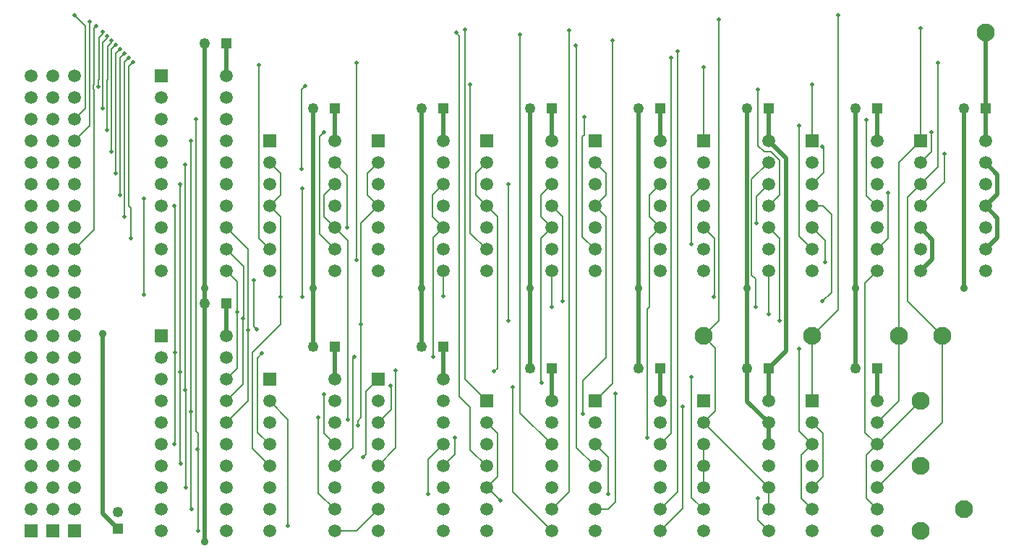
<source format=gtl>
G04*
G04 #@! TF.GenerationSoftware,Altium Limited,Altium Designer,21.9.1 (22)*
G04*
G04 Layer_Physical_Order=1*
G04 Layer_Color=255*
%FSLAX25Y25*%
%MOIN*%
G70*
G04*
G04 #@! TF.SameCoordinates,C109554B-D48E-4F6B-8FAB-988FC137D98F*
G04*
G04*
G04 #@! TF.FilePolarity,Positive*
G04*
G01*
G75*
%ADD24C,0.00800*%
%ADD25C,0.02000*%
%ADD26C,0.04921*%
%ADD27R,0.04921X0.04921*%
%ADD28R,0.05906X0.05906*%
%ADD29C,0.05906*%
%ADD30C,0.05906*%
%ADD31C,0.08268*%
%ADD32R,0.05906X0.05906*%
%ADD33R,0.04921X0.04921*%
%ADD34C,0.03500*%
%ADD35C,0.02000*%
D24*
X500000Y160000D02*
X520000Y180000D01*
X442300Y238000D02*
X444000Y236300D01*
Y223500D02*
Y236300D01*
X450000Y260000D02*
X455000Y255000D01*
Y217000D02*
Y255000D01*
X330000Y217000D02*
Y280000D01*
X235000Y228000D02*
Y278000D01*
X450000Y220000D02*
Y240000D01*
X364100Y255900D02*
Y302000D01*
X365000Y302900D01*
Y311000D01*
X364100Y255900D02*
X370000Y250000D01*
X243000Y302153D02*
X245000Y304153D01*
X361000Y344000D02*
X361500Y343500D01*
Y201500D02*
Y343500D01*
X358000Y218000D02*
Y351000D01*
X355000Y226000D02*
Y265000D01*
X350000Y270000D02*
X355000Y265000D01*
X345000Y188933D02*
X345433Y188500D01*
X345000Y188933D02*
Y255000D01*
X350000Y260000D01*
X215000Y255000D02*
Y335000D01*
Y255000D02*
X220000Y250000D01*
X234700Y323700D02*
X236480Y325480D01*
X234700Y287200D02*
Y323700D01*
X445000Y323000D02*
Y323800D01*
Y323000D02*
X445079Y322921D01*
Y297921D02*
Y322921D01*
Y297921D02*
X448000Y295000D01*
X451000D01*
X455000Y291000D01*
Y275000D02*
Y291000D01*
X450000Y270000D02*
X455000Y275000D01*
X464000Y256000D02*
Y307000D01*
Y256000D02*
X470000Y250000D01*
Y260000D02*
X476000Y254000D01*
Y244000D02*
Y254000D01*
X479000Y230200D02*
Y266000D01*
X470000Y300000D02*
Y326000D01*
X474800Y226000D02*
X479000Y230200D01*
X475000Y270000D02*
X479000Y266000D01*
X470000Y270000D02*
X475000D01*
X482000Y222000D02*
Y358000D01*
X470000Y210000D02*
X482000Y222000D01*
X528000Y288000D02*
Y336000D01*
X520000Y280000D02*
X528000Y288000D01*
X520000Y290000D02*
X525000Y295000D01*
Y304153D01*
X520000Y270000D02*
X531000Y281000D01*
Y294000D01*
X260000Y245000D02*
Y336200D01*
X262200Y215700D02*
Y262200D01*
X270000Y270000D01*
X256000Y171500D02*
Y254000D01*
X250000Y260000D02*
X256000Y254000D01*
X245000Y265000D02*
X250000Y260000D01*
X464000Y166000D02*
X470000Y160000D01*
X464000Y166000D02*
Y204000D01*
X212800Y214500D02*
X214200Y213100D01*
X212800Y214500D02*
Y235800D01*
X210000Y180000D02*
Y212900D01*
X200000Y250000D02*
X208000Y242000D01*
Y218000D02*
Y242000D01*
X200000Y260000D02*
X210000Y250000D01*
Y212900D02*
Y250000D01*
X162000Y229000D02*
Y273200D01*
X162300Y273500D01*
X178700Y151300D02*
Y193400D01*
Y278700D01*
X179200Y279200D01*
X176400Y160400D02*
Y202300D01*
X181000Y185000D02*
Y289000D01*
X214400Y165600D02*
Y199900D01*
X216500Y202000D01*
Y202200D01*
X220000Y180000D02*
X228500Y171500D01*
Y122500D02*
Y171500D01*
X155000Y270000D02*
X156000Y269000D01*
Y255000D02*
Y269000D01*
X225000Y215600D02*
Y228000D01*
X212000Y202600D02*
X225000Y215600D01*
X212000Y158000D02*
Y202600D01*
Y158000D02*
X220000Y150000D01*
X200000Y170000D02*
X210000Y180000D01*
X214400Y165600D02*
X220000Y160000D01*
X332000Y138000D02*
Y186500D01*
Y138000D02*
X350000Y120000D01*
X414500Y135500D02*
Y191000D01*
Y135500D02*
X420000Y130000D01*
X379500Y133500D02*
Y183500D01*
X376000Y130000D02*
X379500Y133500D01*
X370000Y130000D02*
X376000D01*
X408000Y138000D02*
Y341500D01*
X400000Y130000D02*
X408000Y138000D01*
X410500Y130500D02*
Y177500D01*
X400000Y120000D02*
X410500Y130500D01*
X400000Y160000D02*
X405000Y165000D01*
Y338500D01*
X155000Y334500D02*
X157000Y336500D01*
X378000Y188000D02*
Y346500D01*
X364500Y189500D02*
X375000Y200000D01*
Y265000D01*
Y275000D02*
Y285000D01*
X370000Y290000D02*
X375000Y285000D01*
X370000Y270000D02*
X375000Y275000D01*
X370000Y270000D02*
X375000Y265000D01*
X370000Y180000D02*
X378000Y188000D01*
X364500Y174000D02*
Y189500D01*
X361500Y158500D02*
Y201500D01*
Y158500D02*
X370000Y150000D01*
X320000Y140000D02*
X320500D01*
X326500Y134000D01*
X350000Y130000D02*
X358000Y138000D01*
Y218000D01*
X335500Y174500D02*
Y349000D01*
X310000Y190000D02*
Y351500D01*
X307500Y182000D02*
Y348500D01*
X335500Y174500D02*
X350000Y160000D01*
X306000Y350000D02*
X307500Y348500D01*
X310000Y190000D02*
X320000Y180000D01*
X307500Y182000D02*
X312500Y177000D01*
Y157500D02*
Y177000D01*
Y157500D02*
X320000Y150000D01*
X325000Y195200D02*
Y265000D01*
X312500Y257500D02*
Y326000D01*
X147100Y345551D02*
Y346399D01*
X147000Y342339D02*
X149080Y344420D01*
X149000Y340379D02*
X151060Y342440D01*
X151000Y338420D02*
X153040Y340460D01*
X153000Y336460D02*
X155020Y338480D01*
X141400Y347770D02*
X143141Y349511D01*
X141400Y328400D02*
Y347770D01*
X143141Y349511D02*
Y350359D01*
X141000Y328000D02*
X141400Y328400D01*
X143000Y345410D02*
X145121Y347531D01*
Y348379D01*
X145400Y343850D02*
X147100Y345551D01*
X145400Y328400D02*
Y343850D01*
X145000Y328000D02*
X145400Y328400D01*
X155000Y270000D02*
Y334500D01*
X186000Y166000D02*
Y310000D01*
Y166000D02*
X187000Y165000D01*
X183700Y175000D02*
Y299700D01*
X147000Y306111D02*
Y342339D01*
X143000Y326111D02*
Y345410D01*
X145000Y316111D02*
Y328000D01*
X141000Y325000D02*
Y328000D01*
X323600Y193800D02*
X325000Y195200D01*
X320000Y270000D02*
X325000Y265000D01*
X151000Y286111D02*
Y338420D01*
X153000Y276111D02*
Y336460D01*
X149000Y296111D02*
Y340379D01*
X143000Y323889D02*
X143200Y324089D01*
X143000Y315000D02*
Y323889D01*
X153000Y265000D02*
Y273889D01*
X153200Y274089D01*
X153000Y276111D02*
X153200Y275911D01*
Y274089D02*
Y275911D01*
X151000Y275000D02*
Y283889D01*
Y286111D02*
X151200Y285911D01*
X151000Y283889D02*
X151200Y284089D01*
Y285911D01*
X147000Y295000D02*
Y303889D01*
X149000Y285000D02*
Y293889D01*
X145000Y305000D02*
Y313889D01*
X139000Y259000D02*
Y323889D01*
X130000Y250000D02*
X139000Y259000D01*
X149200Y294089D02*
Y295911D01*
X149000Y296111D02*
X149200Y295911D01*
X149000Y293889D02*
X149200Y294089D01*
X147000Y306111D02*
X147200Y305911D01*
Y304089D02*
Y305911D01*
X147000Y303889D02*
X147200Y304089D01*
X145200Y314089D02*
Y315911D01*
X145000Y313889D02*
X145200Y314089D01*
X145000Y316111D02*
X145200Y315911D01*
X143000Y326111D02*
X143200Y325911D01*
X138800D02*
X139000Y326111D01*
X138800Y324089D02*
X139000Y323889D01*
Y326111D02*
Y352000D01*
X138800Y324089D02*
Y325911D01*
X143200Y324089D02*
Y325911D01*
X139000Y352000D02*
X140000Y353000D01*
X137000Y307000D02*
Y355000D01*
X130000Y300000D02*
X137000Y307000D01*
X130000Y310000D02*
X135000Y315000D01*
X130000Y358000D02*
X135000Y353000D01*
Y315000D02*
Y353000D01*
X427000Y355000D02*
Y356200D01*
X520000Y300000D02*
Y352000D01*
X470000Y280000D02*
X475400Y285400D01*
Y297500D01*
X474800D02*
X475400D01*
X424800Y228000D02*
X425000D01*
X427000Y217000D02*
Y355000D01*
X420000Y210000D02*
X427000Y217000D01*
X505000Y255000D02*
Y276000D01*
X495079Y274921D02*
Y309882D01*
Y274921D02*
X500000Y270000D01*
X420000Y300000D02*
Y334000D01*
X414500Y252500D02*
Y274500D01*
X442300Y238000D02*
Y282300D01*
X444500Y262000D02*
Y274500D01*
X450000Y280000D01*
X350000Y223500D02*
Y240000D01*
X442300Y282300D02*
X450000Y290000D01*
X255873Y260000D02*
Y284127D01*
X250000Y290000D02*
X255873Y284127D01*
X345000Y265000D02*
X350000Y260000D01*
X414500Y274500D02*
X420000Y280000D01*
Y260000D02*
X425000Y255000D01*
Y228000D02*
Y255000D01*
X395000D02*
X400000Y260000D01*
X395000Y223500D02*
Y255000D01*
X300000Y228500D02*
Y240000D01*
X295500Y200600D02*
Y255500D01*
X312500Y257500D02*
X320000Y250000D01*
X315000Y275000D02*
Y285000D01*
Y275000D02*
X320000Y270000D01*
X315000Y285000D02*
X320000Y290000D01*
X260800Y170900D02*
X262300Y172400D01*
Y215600D01*
X262200Y215700D02*
X262300Y215600D01*
X207700Y187700D02*
Y218000D01*
X260800Y168700D02*
Y170900D01*
X258600Y200000D02*
X259100Y200500D01*
X250000Y150000D02*
X258600Y158600D01*
Y200000D01*
X263000Y154000D02*
X264400Y155400D01*
Y169437D01*
Y184400D01*
X270000Y190000D01*
X470000Y180000D02*
Y210000D01*
X420000D02*
X425600Y204400D01*
Y175600D02*
Y204400D01*
X420000Y170000D02*
X425600Y175600D01*
X295500Y255500D02*
X300000Y260000D01*
X278300Y158300D02*
Y194000D01*
X270000Y150000D02*
X278300Y158300D01*
X176400Y202300D02*
Y269600D01*
X514000Y226000D02*
X530000Y210000D01*
X514000Y226000D02*
Y274000D01*
X520000Y280000D01*
X510000Y290000D02*
X520000Y300000D01*
X510000Y210000D02*
Y290000D01*
X500000Y250000D02*
X505000Y255000D01*
X494500Y165500D02*
X500000Y160000D01*
X494500Y165500D02*
Y234500D01*
X500000Y240000D01*
Y140000D02*
X530000Y170000D01*
Y210000D01*
X500000Y170000D02*
X510000Y180000D01*
Y210000D01*
X495000Y155000D02*
X500000Y160000D01*
X495000Y135000D02*
Y155000D01*
Y135000D02*
X500000Y130000D01*
X305500Y155500D02*
Y163000D01*
X300000Y150000D02*
X305500Y155500D01*
X293000Y137000D02*
Y153000D01*
X300000Y160000D01*
X394000Y163000D02*
Y222500D01*
X395000Y223500D01*
X225000Y228000D02*
Y265000D01*
X220000Y270000D02*
X225000Y265000D01*
X242500Y137500D02*
X250000Y130000D01*
X242500Y137500D02*
Y172500D01*
X245000Y165000D02*
Y183000D01*
Y165000D02*
X250000Y160000D01*
X186957Y157772D02*
X187000Y157815D01*
Y165000D01*
Y120000D02*
Y157729D01*
X186957Y157772D02*
X187000Y157729D01*
X465000Y155000D02*
X470000Y160000D01*
X465000Y135000D02*
Y155000D01*
Y135000D02*
X470000Y130000D01*
X276000Y176000D02*
Y186720D01*
X275720Y187000D02*
X276000Y186720D01*
X270000Y170000D02*
X276000Y176000D01*
X370000Y160000D02*
X376000Y154000D01*
Y137000D02*
Y154000D01*
X320000Y170000D02*
X325000Y165000D01*
Y145000D02*
Y165000D01*
X320000Y140000D02*
X325000Y145000D01*
X260000Y120000D02*
X270000Y130000D01*
X250000Y120000D02*
X260000D01*
X420000Y150000D02*
Y160000D01*
Y140000D02*
Y150000D01*
Y170000D02*
X450000Y140000D01*
X445000Y125000D02*
X450000Y120000D01*
X445000Y125000D02*
Y135000D01*
X470000Y140000D02*
X475000Y145000D01*
Y165000D01*
X470000Y170000D02*
X475000Y165000D01*
X450000Y130000D02*
Y140000D01*
X265000Y275000D02*
X270000Y270000D01*
X265000Y275000D02*
Y285000D01*
X270000Y290000D01*
X243000Y257000D02*
Y302153D01*
Y257000D02*
X250000Y250000D01*
X245000Y275000D02*
X250000Y280000D01*
X245000Y265000D02*
Y275000D01*
X295000Y265000D02*
X300000Y260000D01*
X295000Y275000D02*
X300000Y280000D01*
X295000Y265000D02*
Y275000D01*
X395000D02*
X400000Y280000D01*
X395000Y265000D02*
Y275000D01*
Y265000D02*
X400000Y260000D01*
X345000Y275000D02*
X350000Y280000D01*
X345000Y265000D02*
Y275000D01*
X220000Y270000D02*
X225000Y275000D01*
Y285000D01*
X220000Y290000D02*
X225000Y285000D01*
X200000Y240000D02*
X205000Y235000D01*
Y221000D02*
Y235000D01*
X200000Y180000D02*
X207700Y187700D01*
X200000Y190000D02*
X205000Y195000D01*
Y221000D01*
X207700Y218000D02*
X208000D01*
X176000Y270000D02*
X176400Y269600D01*
X176000Y160000D02*
X176400Y160400D01*
X179200Y279200D02*
Y280000D01*
X178700D02*
X179200D01*
X178700Y151300D02*
X179000Y151000D01*
X183700Y300000D02*
X183850Y299850D01*
X183700Y299700D02*
X183850Y299850D01*
X181400Y140000D02*
Y184600D01*
X181000Y185000D02*
X181400Y184600D01*
X183700Y130300D02*
X184000Y130000D01*
X183700Y130300D02*
Y175000D01*
D25*
X143000Y210000D02*
Y210950D01*
X240158Y205000D02*
Y232000D01*
X458000Y203000D02*
Y292000D01*
X450000Y300000D02*
X458000Y292000D01*
X440000Y232000D02*
Y315000D01*
Y195158D02*
Y232000D01*
X450000Y300000D02*
Y315000D01*
Y195000D02*
X458000Y203000D01*
X500000Y300000D02*
Y315000D01*
X520000Y260000D02*
X525500Y254500D01*
Y245500D02*
Y254500D01*
X520000Y240000D02*
X525500Y245500D01*
X550000Y270000D02*
X555500Y264500D01*
Y255500D02*
Y264500D01*
X550000Y250000D02*
X555500Y255500D01*
X550000Y270000D02*
X555500Y275500D01*
Y284500D01*
X550000Y290000D02*
X555500Y284500D01*
X450000Y160000D02*
Y170000D01*
X440158Y179842D02*
Y195000D01*
Y179842D02*
X450000Y170000D01*
X190157Y115000D02*
Y225000D01*
X143000Y128063D02*
Y210000D01*
Y128063D02*
X150000Y121063D01*
X550000Y315000D02*
Y350000D01*
X190157Y232000D02*
Y345000D01*
Y225000D02*
Y232000D01*
X540000D02*
X540158Y232157D01*
Y315000D01*
X490158Y232000D02*
Y315000D01*
X490000Y232000D02*
X490158D01*
X440000Y315000D02*
X440158D01*
X390158Y232000D02*
Y315000D01*
Y195000D02*
Y232000D01*
X340158Y195000D02*
Y232000D01*
Y315000D01*
X340000Y232000D02*
X340158D01*
X290158Y205000D02*
Y232000D01*
Y315000D01*
X290000Y232000D02*
X290158D01*
X240158D02*
Y315000D01*
X240000Y232000D02*
X240158D01*
X550000Y300000D02*
Y315000D01*
X400000Y300000D02*
Y315000D01*
X350000Y300000D02*
Y315000D01*
X300000Y300000D02*
Y315000D01*
X250000Y300000D02*
Y315000D01*
X200000Y330000D02*
Y345000D01*
Y210000D02*
Y225000D01*
X250000Y190000D02*
Y205000D01*
X300000Y190000D02*
Y205000D01*
X350000Y180000D02*
Y195000D01*
X400000Y180000D02*
Y195000D01*
X450000Y180000D02*
Y195000D01*
X500000Y180000D02*
Y195000D01*
X490000Y195158D02*
Y232000D01*
Y195158D02*
X490158Y195000D01*
X390000Y232000D02*
X390158D01*
D26*
X490158Y195000D02*
D03*
X150000Y128937D02*
D03*
X240158Y315000D02*
D03*
X290158D02*
D03*
X340158D02*
D03*
X390158D02*
D03*
X440158D02*
D03*
X490158D02*
D03*
X190157Y345000D02*
D03*
X540158Y315000D02*
D03*
X440158Y195000D02*
D03*
X340158D02*
D03*
X390158D02*
D03*
X240158Y205000D02*
D03*
X290158D02*
D03*
X190157Y225000D02*
D03*
D27*
X500000Y195000D02*
D03*
X250000Y315000D02*
D03*
X300000D02*
D03*
X350000D02*
D03*
X400000D02*
D03*
X450000D02*
D03*
X500000D02*
D03*
X200000Y345000D02*
D03*
X550000Y315000D02*
D03*
X450000Y195000D02*
D03*
X350000D02*
D03*
X400000D02*
D03*
X250000Y205000D02*
D03*
X300000D02*
D03*
X200000Y225000D02*
D03*
D28*
X170000Y210000D02*
D03*
X470000Y180000D02*
D03*
X270000Y190000D02*
D03*
X220000Y300000D02*
D03*
X270000D02*
D03*
X320000D02*
D03*
X370000D02*
D03*
X420000D02*
D03*
X170000Y330000D02*
D03*
X470000Y300000D02*
D03*
X520000D02*
D03*
X420000Y180000D02*
D03*
X320000D02*
D03*
X370000D02*
D03*
X220000Y190000D02*
D03*
D29*
X170000Y200000D02*
D03*
Y190000D02*
D03*
Y180000D02*
D03*
Y170000D02*
D03*
Y160000D02*
D03*
Y150000D02*
D03*
Y140000D02*
D03*
Y130000D02*
D03*
Y120000D02*
D03*
X200000Y210000D02*
D03*
Y190000D02*
D03*
Y180000D02*
D03*
Y170000D02*
D03*
Y160000D02*
D03*
Y150000D02*
D03*
Y140000D02*
D03*
Y130000D02*
D03*
Y120000D02*
D03*
X470000Y170000D02*
D03*
Y160000D02*
D03*
Y150000D02*
D03*
Y140000D02*
D03*
Y130000D02*
D03*
Y120000D02*
D03*
X500000Y180000D02*
D03*
Y170000D02*
D03*
Y160000D02*
D03*
Y150000D02*
D03*
Y140000D02*
D03*
Y130000D02*
D03*
Y120000D02*
D03*
X270000Y180000D02*
D03*
Y170000D02*
D03*
Y160000D02*
D03*
Y150000D02*
D03*
Y140000D02*
D03*
Y130000D02*
D03*
Y120000D02*
D03*
X300000Y190000D02*
D03*
Y180000D02*
D03*
Y170000D02*
D03*
Y160000D02*
D03*
Y150000D02*
D03*
Y140000D02*
D03*
Y130000D02*
D03*
Y120000D02*
D03*
X250000Y240000D02*
D03*
Y250000D02*
D03*
Y260000D02*
D03*
Y270000D02*
D03*
Y280000D02*
D03*
Y290000D02*
D03*
Y300000D02*
D03*
X220000Y240000D02*
D03*
Y250000D02*
D03*
Y260000D02*
D03*
Y270000D02*
D03*
Y280000D02*
D03*
Y290000D02*
D03*
X300000Y240000D02*
D03*
Y250000D02*
D03*
Y260000D02*
D03*
Y270000D02*
D03*
Y280000D02*
D03*
Y290000D02*
D03*
Y300000D02*
D03*
X270000Y240000D02*
D03*
Y250000D02*
D03*
Y260000D02*
D03*
Y270000D02*
D03*
Y280000D02*
D03*
Y290000D02*
D03*
X350000Y240000D02*
D03*
Y250000D02*
D03*
Y260000D02*
D03*
Y270000D02*
D03*
Y280000D02*
D03*
Y290000D02*
D03*
Y300000D02*
D03*
X320000Y240000D02*
D03*
Y250000D02*
D03*
Y260000D02*
D03*
Y270000D02*
D03*
Y280000D02*
D03*
Y290000D02*
D03*
X400000Y240000D02*
D03*
Y250000D02*
D03*
Y260000D02*
D03*
Y270000D02*
D03*
Y280000D02*
D03*
Y290000D02*
D03*
Y300000D02*
D03*
X370000Y240000D02*
D03*
Y250000D02*
D03*
Y260000D02*
D03*
Y270000D02*
D03*
Y280000D02*
D03*
Y290000D02*
D03*
X450000Y240000D02*
D03*
Y250000D02*
D03*
Y260000D02*
D03*
Y270000D02*
D03*
Y280000D02*
D03*
Y290000D02*
D03*
Y300000D02*
D03*
X420000Y240000D02*
D03*
Y250000D02*
D03*
Y260000D02*
D03*
Y270000D02*
D03*
Y280000D02*
D03*
Y290000D02*
D03*
X170000Y320000D02*
D03*
Y310000D02*
D03*
Y300000D02*
D03*
Y290000D02*
D03*
Y280000D02*
D03*
Y270000D02*
D03*
Y260000D02*
D03*
Y250000D02*
D03*
Y240000D02*
D03*
X200000Y330000D02*
D03*
Y310000D02*
D03*
Y300000D02*
D03*
Y290000D02*
D03*
Y280000D02*
D03*
Y270000D02*
D03*
Y260000D02*
D03*
Y250000D02*
D03*
Y240000D02*
D03*
X470000Y290000D02*
D03*
Y280000D02*
D03*
Y270000D02*
D03*
Y260000D02*
D03*
Y250000D02*
D03*
Y240000D02*
D03*
X500000Y300000D02*
D03*
Y290000D02*
D03*
Y280000D02*
D03*
Y270000D02*
D03*
Y260000D02*
D03*
Y250000D02*
D03*
Y240000D02*
D03*
X550000D02*
D03*
Y250000D02*
D03*
Y260000D02*
D03*
Y270000D02*
D03*
Y280000D02*
D03*
Y290000D02*
D03*
Y300000D02*
D03*
X520000Y240000D02*
D03*
Y250000D02*
D03*
Y260000D02*
D03*
Y270000D02*
D03*
Y280000D02*
D03*
Y290000D02*
D03*
X450000Y120000D02*
D03*
Y130000D02*
D03*
Y140000D02*
D03*
Y150000D02*
D03*
Y160000D02*
D03*
Y170000D02*
D03*
Y180000D02*
D03*
X420000Y120000D02*
D03*
Y130000D02*
D03*
Y140000D02*
D03*
Y150000D02*
D03*
Y160000D02*
D03*
Y170000D02*
D03*
X350000Y120000D02*
D03*
Y130000D02*
D03*
Y140000D02*
D03*
Y150000D02*
D03*
Y160000D02*
D03*
Y170000D02*
D03*
Y180000D02*
D03*
X320000Y120000D02*
D03*
Y130000D02*
D03*
Y140000D02*
D03*
Y150000D02*
D03*
Y160000D02*
D03*
Y170000D02*
D03*
X400000Y120000D02*
D03*
Y130000D02*
D03*
Y140000D02*
D03*
Y150000D02*
D03*
Y160000D02*
D03*
Y170000D02*
D03*
Y180000D02*
D03*
X370000Y120000D02*
D03*
Y130000D02*
D03*
Y140000D02*
D03*
Y150000D02*
D03*
Y160000D02*
D03*
Y170000D02*
D03*
X220000Y180000D02*
D03*
Y170000D02*
D03*
Y160000D02*
D03*
Y150000D02*
D03*
Y140000D02*
D03*
Y130000D02*
D03*
Y120000D02*
D03*
X250000Y190000D02*
D03*
Y180000D02*
D03*
Y170000D02*
D03*
Y160000D02*
D03*
Y150000D02*
D03*
Y140000D02*
D03*
Y130000D02*
D03*
Y120000D02*
D03*
D30*
X200000Y200000D02*
D03*
X130000Y330000D02*
D03*
Y320000D02*
D03*
Y310000D02*
D03*
Y300000D02*
D03*
Y290000D02*
D03*
Y280000D02*
D03*
Y270000D02*
D03*
Y260000D02*
D03*
Y250000D02*
D03*
Y240000D02*
D03*
Y230000D02*
D03*
Y220000D02*
D03*
Y210000D02*
D03*
Y200000D02*
D03*
Y190000D02*
D03*
Y180000D02*
D03*
Y170000D02*
D03*
Y160000D02*
D03*
Y150000D02*
D03*
Y140000D02*
D03*
Y130000D02*
D03*
X110000D02*
D03*
Y140000D02*
D03*
Y150000D02*
D03*
Y160000D02*
D03*
Y170000D02*
D03*
Y180000D02*
D03*
Y190000D02*
D03*
Y200000D02*
D03*
Y210000D02*
D03*
Y220000D02*
D03*
Y230000D02*
D03*
Y240000D02*
D03*
Y250000D02*
D03*
Y260000D02*
D03*
Y270000D02*
D03*
Y280000D02*
D03*
Y290000D02*
D03*
Y300000D02*
D03*
Y310000D02*
D03*
Y320000D02*
D03*
Y330000D02*
D03*
X120000D02*
D03*
Y320000D02*
D03*
Y310000D02*
D03*
Y300000D02*
D03*
Y290000D02*
D03*
Y280000D02*
D03*
Y270000D02*
D03*
Y260000D02*
D03*
Y250000D02*
D03*
Y240000D02*
D03*
Y230000D02*
D03*
Y220000D02*
D03*
Y210000D02*
D03*
Y200000D02*
D03*
Y190000D02*
D03*
Y180000D02*
D03*
Y170000D02*
D03*
Y160000D02*
D03*
Y150000D02*
D03*
Y140000D02*
D03*
Y130000D02*
D03*
X200000Y320000D02*
D03*
D31*
X520000Y150000D02*
D03*
Y120000D02*
D03*
X550000Y350000D02*
D03*
X470000Y210000D02*
D03*
X420000D02*
D03*
X530000D02*
D03*
X510000D02*
D03*
X540000Y130000D02*
D03*
X520000Y180000D02*
D03*
D32*
X130000Y120000D02*
D03*
X110000D02*
D03*
X120000D02*
D03*
D33*
X150000Y121063D02*
D03*
D34*
X143000Y210950D02*
D03*
X190157Y115000D02*
D03*
X540000Y232000D02*
D03*
X440000D02*
D03*
X490000D02*
D03*
X390000D02*
D03*
X340000D02*
D03*
X290000D02*
D03*
X240000D02*
D03*
X190157D02*
D03*
D35*
X455000Y217000D02*
D03*
X330000D02*
D03*
Y280000D02*
D03*
X235000Y278000D02*
D03*
Y228000D02*
D03*
X450000Y220000D02*
D03*
X365000Y311000D02*
D03*
X245000Y304153D02*
D03*
X361000Y344000D02*
D03*
X358000Y351000D02*
D03*
X355000Y226000D02*
D03*
X345433Y188500D02*
D03*
X215000Y335000D02*
D03*
X236480Y325480D02*
D03*
X234700Y287200D02*
D03*
X445000Y323800D02*
D03*
X476000Y244000D02*
D03*
X464000Y307000D02*
D03*
X482000Y358000D02*
D03*
X528000Y336000D02*
D03*
X531000Y294000D02*
D03*
X260000Y336200D02*
D03*
Y245000D02*
D03*
X464000Y204000D02*
D03*
X214200Y213100D02*
D03*
X212800Y235800D02*
D03*
X162300Y273500D02*
D03*
X178700Y193400D02*
D03*
X176400Y202300D02*
D03*
X181000Y185000D02*
D03*
X216500Y202200D02*
D03*
X228500Y122500D02*
D03*
X156000Y255000D02*
D03*
X162000Y229000D02*
D03*
X332000Y186500D02*
D03*
X414500Y191000D02*
D03*
X379500Y183500D02*
D03*
X410500Y177500D02*
D03*
X157000Y336500D02*
D03*
X408000Y341500D02*
D03*
X405000Y338500D02*
D03*
X378000Y346500D02*
D03*
X364500Y174000D02*
D03*
X326500Y134000D02*
D03*
X335500Y349000D02*
D03*
X306000Y350000D02*
D03*
X310000Y351500D02*
D03*
X312500Y326000D02*
D03*
X147100Y346399D02*
D03*
X149080Y344420D02*
D03*
X151060Y342440D02*
D03*
X153040Y340460D02*
D03*
X155020Y338480D02*
D03*
X143141Y350359D02*
D03*
X145121Y348379D02*
D03*
X323600Y193800D02*
D03*
X153000Y265000D02*
D03*
X151000Y275000D02*
D03*
X149000Y285000D02*
D03*
X147000Y295000D02*
D03*
X145000Y305000D02*
D03*
X143000Y315000D02*
D03*
X141000Y325000D02*
D03*
X140000Y353000D02*
D03*
X137000Y355000D02*
D03*
X130000Y358000D02*
D03*
X427000Y356200D02*
D03*
X520000Y352000D02*
D03*
X474800Y226000D02*
D03*
Y297500D02*
D03*
X424800Y228000D02*
D03*
X505000Y276000D02*
D03*
X420000Y334000D02*
D03*
X525000Y304153D02*
D03*
X350000Y223500D02*
D03*
X444000D02*
D03*
X255873Y260000D02*
D03*
X444500Y262000D02*
D03*
X414500Y252500D02*
D03*
X300000Y228500D02*
D03*
X470000Y326000D02*
D03*
X207700Y218000D02*
D03*
X262300Y215600D02*
D03*
X210000Y212900D02*
D03*
X256000Y171500D02*
D03*
X260800Y168700D02*
D03*
X259100Y200500D02*
D03*
X295500Y200600D02*
D03*
X278300Y194000D02*
D03*
X495079Y309882D02*
D03*
X305500Y163000D02*
D03*
X394000D02*
D03*
X225000Y228000D02*
D03*
X242500Y172500D02*
D03*
X186957Y157772D02*
D03*
X293000Y137000D02*
D03*
X275720Y187000D02*
D03*
X376000Y137000D02*
D03*
X445000Y135000D02*
D03*
X245000Y183000D02*
D03*
X263000Y154000D02*
D03*
X205000Y221000D02*
D03*
X176000Y270000D02*
D03*
Y160000D02*
D03*
X178700Y280000D02*
D03*
X179000Y151000D02*
D03*
X181000Y289000D02*
D03*
X183700Y300000D02*
D03*
X181400Y140000D02*
D03*
X184000Y130000D02*
D03*
X183700Y175000D02*
D03*
X186000Y310000D02*
D03*
X187000Y120000D02*
D03*
M02*

</source>
